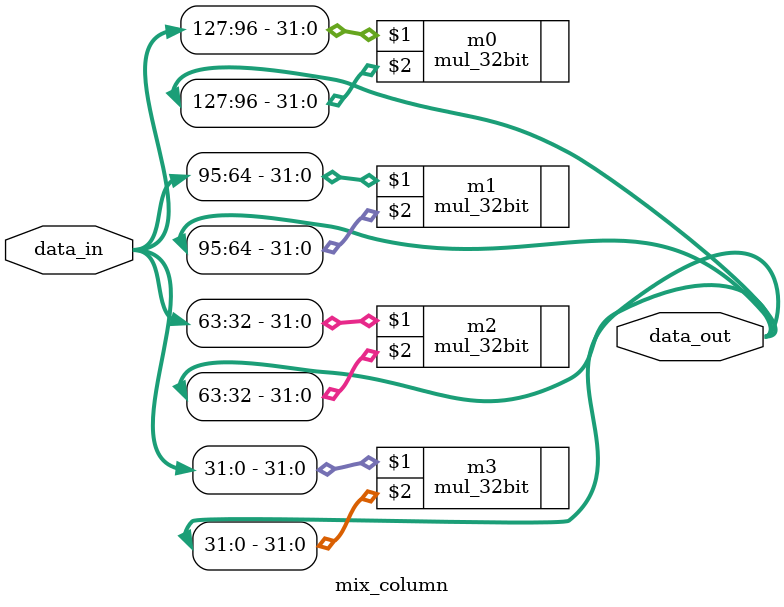
<source format=v>
module mix_column(data_in,data_out);
    input[127:0] data_in;
    output[127:0] data_out;

    mul_32bit m0(data_in[127:96],data_out[127:96]);
    mul_32bit m1(data_in[95:64],data_out[95:64]);
    mul_32bit m2(data_in[63:32],data_out[63:32]);
    mul_32bit m3(data_in[31:0],data_out[31:0]);
    
endmodule
</source>
